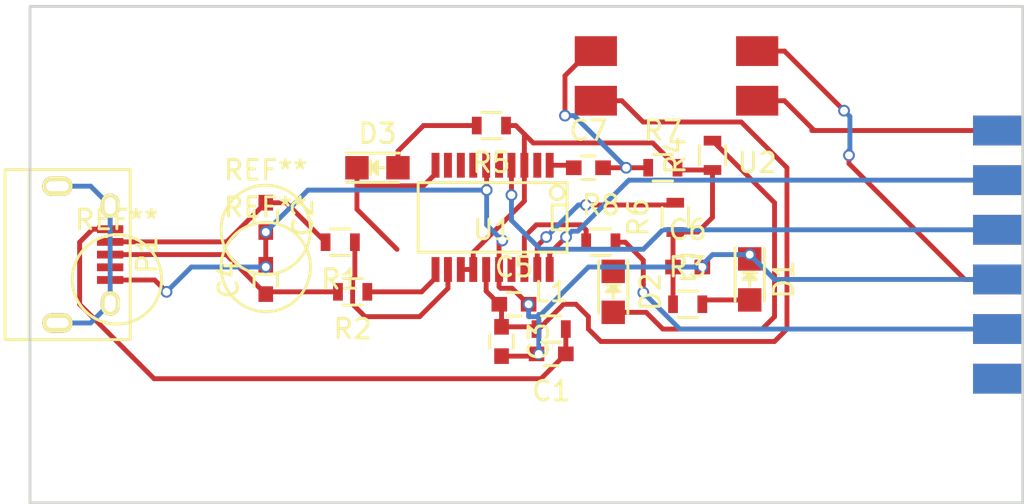
<source format=kicad_pcb>
(kicad_pcb (version 4) (host pcbnew 4.0.0-rc1-stable)

  (general
    (links 50)
    (no_connects 24)
    (area 156.134999 97.714999 207.085001 123.265001)
    (thickness 1.6)
    (drawings 4)
    (tracks 199)
    (zones 0)
    (modules 26)
    (nets 34)
  )

  (page A4)
  (layers
    (0 F.Cu signal)
    (31 B.Cu signal)
    (32 B.Adhes user hide)
    (33 F.Adhes user hide)
    (34 B.Paste user hide)
    (35 F.Paste user hide)
    (36 B.SilkS user)
    (37 F.SilkS user hide)
    (38 B.Mask user hide)
    (39 F.Mask user hide)
    (40 Dwgs.User user hide)
    (41 Cmts.User user hide)
    (42 Eco1.User user hide)
    (43 Eco2.User user hide)
    (44 Edge.Cuts user)
    (45 Margin user hide)
    (46 B.CrtYd user hide)
    (47 F.CrtYd user hide)
    (48 B.Fab user hide)
    (49 F.Fab user hide)
  )

  (setup
    (last_trace_width 0.25)
    (trace_clearance 0.2)
    (zone_clearance 0.508)
    (zone_45_only no)
    (trace_min 0.2)
    (segment_width 0.2)
    (edge_width 0.15)
    (via_size 0.6)
    (via_drill 0.4)
    (via_min_size 0.4)
    (via_min_drill 0.3)
    (uvia_size 0.3)
    (uvia_drill 0.1)
    (uvias_allowed no)
    (uvia_min_size 0.2)
    (uvia_min_drill 0.1)
    (pcb_text_width 0.3)
    (pcb_text_size 1.5 1.5)
    (mod_edge_width 0.15)
    (mod_text_size 1 1)
    (mod_text_width 0.15)
    (pad_size 0.4 0.4)
    (pad_drill 0.2)
    (pad_to_mask_clearance 0.2)
    (aux_axis_origin 0 0)
    (visible_elements 7FFEDBFF)
    (pcbplotparams
      (layerselection 0x00030_80000001)
      (usegerberextensions false)
      (excludeedgelayer true)
      (linewidth 0.100000)
      (plotframeref false)
      (viasonmask false)
      (mode 1)
      (useauxorigin false)
      (hpglpennumber 1)
      (hpglpenspeed 20)
      (hpglpendiameter 15)
      (hpglpenoverlay 2)
      (psnegative false)
      (psa4output false)
      (plotreference true)
      (plotvalue true)
      (plotinvisibletext false)
      (padsonsilk false)
      (subtractmaskfromsilk false)
      (outputformat 1)
      (mirror false)
      (drillshape 1)
      (scaleselection 1)
      (outputdirectory ""))
  )

  (net 0 "")
  (net 1 "Net-(C1-Pad1)")
  (net 2 GND)
  (net 3 "Net-(C2-Pad1)")
  (net 4 +5V)
  (net 5 "Net-(C4-Pad1)")
  (net 6 +3V3)
  (net 7 "Net-(C7-Pad1)")
  (net 8 /PROGRAM)
  (net 9 "Net-(D1-Pad2)")
  (net 10 "Net-(D2-Pad2)")
  (net 11 /~RXLED)
  (net 12 "Net-(D3-Pad2)")
  (net 13 /~TXLED)
  (net 14 /POWER_OUT)
  (net 15 "Net-(J1-Pad3)")
  (net 16 "Net-(J1-Pad7)")
  (net 17 "Net-(J1-Pad9)")
  (net 18 "Net-(J1-Pad11)")
  (net 19 "Net-(J1-Pad2)")
  (net 20 /TX)
  (net 21 /RX)
  (net 22 "Net-(J1-Pad10)")
  (net 23 "Net-(P1-Pad4)")
  (net 24 "Net-(P1-Pad6)")
  (net 25 "Net-(R1-Pad1)")
  (net 26 "Net-(R2-Pad1)")
  (net 27 /~SLEEP)
  (net 28 /TXDEN)
  (net 29 "Net-(U1-Pad2)")
  (net 30 "Net-(U1-Pad5)")
  (net 31 "Net-(U1-Pad7)")
  (net 32 "Net-(U1-Pad8)")
  (net 33 "Net-(U1-Pad9)")

  (net_class Default "This is the default net class."
    (clearance 0.2)
    (trace_width 0.25)
    (via_dia 0.6)
    (via_drill 0.4)
    (uvia_dia 0.3)
    (uvia_drill 0.1)
    (add_net +3V3)
    (add_net +5V)
    (add_net /POWER_OUT)
    (add_net /PROGRAM)
    (add_net /RX)
    (add_net /TX)
    (add_net /TXDEN)
    (add_net /~RXLED)
    (add_net /~SLEEP)
    (add_net /~TXLED)
    (add_net GND)
    (add_net "Net-(C1-Pad1)")
    (add_net "Net-(C2-Pad1)")
    (add_net "Net-(C4-Pad1)")
    (add_net "Net-(C7-Pad1)")
    (add_net "Net-(D1-Pad2)")
    (add_net "Net-(D2-Pad2)")
    (add_net "Net-(D3-Pad2)")
    (add_net "Net-(J1-Pad10)")
    (add_net "Net-(J1-Pad11)")
    (add_net "Net-(J1-Pad2)")
    (add_net "Net-(J1-Pad3)")
    (add_net "Net-(J1-Pad7)")
    (add_net "Net-(J1-Pad9)")
    (add_net "Net-(P1-Pad4)")
    (add_net "Net-(P1-Pad6)")
    (add_net "Net-(R1-Pad1)")
    (add_net "Net-(R2-Pad1)")
    (add_net "Net-(U1-Pad2)")
    (add_net "Net-(U1-Pad5)")
    (add_net "Net-(U1-Pad7)")
    (add_net "Net-(U1-Pad8)")
    (add_net "Net-(U1-Pad9)")
  )

  (module LEDs:LED-0805 (layer F.Cu) (tedit 564D0511) (tstamp 562BE205)
    (at 186.055 112.395 270)
    (descr "LED 0805 smd package")
    (tags "LED 0805 SMD")
    (path /5622AFEB)
    (attr smd)
    (fp_text reference D2 (at 0 -1.905 270) (layer F.SilkS)
      (effects (font (size 1 1) (thickness 0.15)))
    )
    (fp_text value RX (at 0 1.75 270) (layer F.Fab)
      (effects (font (size 1 1) (thickness 0.15)))
    )
    (fp_line (start -1.6 0.75) (end 1.1 0.75) (layer F.SilkS) (width 0.15))
    (fp_line (start -1.6 -0.75) (end 1.1 -0.75) (layer F.SilkS) (width 0.15))
    (fp_line (start -0.1 0.15) (end -0.1 -0.1) (layer F.SilkS) (width 0.15))
    (fp_line (start -0.1 -0.1) (end -0.25 0.05) (layer F.SilkS) (width 0.15))
    (fp_line (start -0.35 -0.35) (end -0.35 0.35) (layer F.SilkS) (width 0.15))
    (fp_line (start 0 0) (end 0.35 0) (layer F.SilkS) (width 0.15))
    (fp_line (start -0.35 0) (end 0 -0.35) (layer F.SilkS) (width 0.15))
    (fp_line (start 0 -0.35) (end 0 0.35) (layer F.SilkS) (width 0.15))
    (fp_line (start 0 0.35) (end -0.35 0) (layer F.SilkS) (width 0.15))
    (fp_line (start 1.9 -0.95) (end 1.9 0.95) (layer F.CrtYd) (width 0.05))
    (fp_line (start 1.9 0.95) (end -1.9 0.95) (layer F.CrtYd) (width 0.05))
    (fp_line (start -1.9 0.95) (end -1.9 -0.95) (layer F.CrtYd) (width 0.05))
    (fp_line (start -1.9 -0.95) (end 1.9 -0.95) (layer F.CrtYd) (width 0.05))
    (pad 2 smd rect (at 1.04902 0 90) (size 1.19888 1.19888) (layers F.Cu F.Paste F.Mask)
      (net 10 "Net-(D2-Pad2)"))
    (pad 1 smd rect (at -1.04902 0 90) (size 1.19888 1.19888) (layers F.Cu F.Paste F.Mask)
      (net 11 /~RXLED))
    (model LEDs.3dshapes/LED-0805.wrl
      (at (xyz 0 0 0))
      (scale (xyz 1 1 1))
      (rotate (xyz 0 0 0))
    )
  )

  (module SMD_Packages:SSOP-20 (layer F.Cu) (tedit 0) (tstamp 56503615)
    (at 179.8828 108.585 180)
    (descr "SSOP 20 pins")
    (tags "CMS SSOP SMD")
    (path /565034DB)
    (attr smd)
    (fp_text reference U1 (at 0 -0.635 180) (layer F.SilkS)
      (effects (font (size 1 1) (thickness 0.15)))
    )
    (fp_text value FT231XS (at 0 0.635 180) (layer F.Fab)
      (effects (font (size 1 1) (thickness 0.15)))
    )
    (fp_line (start 3.81 -1.778) (end -3.81 -1.778) (layer F.SilkS) (width 0.15))
    (fp_line (start -3.81 1.778) (end 3.81 1.778) (layer F.SilkS) (width 0.15))
    (fp_line (start 3.81 -1.778) (end 3.81 1.778) (layer F.SilkS) (width 0.15))
    (fp_line (start -3.81 1.778) (end -3.81 -1.778) (layer F.SilkS) (width 0.15))
    (fp_circle (center -3.302 1.27) (end -3.556 1.016) (layer F.SilkS) (width 0.15))
    (fp_line (start -3.81 -0.635) (end -3.048 -0.635) (layer F.SilkS) (width 0.15))
    (fp_line (start -3.048 -0.635) (end -3.048 0.635) (layer F.SilkS) (width 0.15))
    (fp_line (start -3.048 0.635) (end -3.81 0.635) (layer F.SilkS) (width 0.15))
    (pad 1 smd rect (at -2.921 2.667 180) (size 0.4064 1.27) (layers F.Cu F.Paste F.Mask)
      (net 7 "Net-(C7-Pad1)"))
    (pad 2 smd rect (at -2.286 2.667 180) (size 0.4064 1.27) (layers F.Cu F.Paste F.Mask)
      (net 29 "Net-(U1-Pad2)"))
    (pad 3 smd rect (at -1.6256 2.667 180) (size 0.4064 1.27) (layers F.Cu F.Paste F.Mask)
      (net 6 +3V3))
    (pad 4 smd rect (at -0.9652 2.667 180) (size 0.4064 1.27) (layers F.Cu F.Paste F.Mask)
      (net 21 /RX))
    (pad 5 smd rect (at -0.3302 2.667 180) (size 0.4064 1.27) (layers F.Cu F.Paste F.Mask)
      (net 30 "Net-(U1-Pad5)"))
    (pad 6 smd rect (at 0.3302 2.667 180) (size 0.4064 1.27) (layers F.Cu F.Paste F.Mask)
      (net 2 GND))
    (pad 7 smd rect (at 0.9906 2.667 180) (size 0.4064 1.27) (layers F.Cu F.Paste F.Mask)
      (net 31 "Net-(U1-Pad7)"))
    (pad 8 smd rect (at 1.6256 2.667 180) (size 0.4064 1.27) (layers F.Cu F.Paste F.Mask)
      (net 32 "Net-(U1-Pad8)"))
    (pad 9 smd rect (at 2.286 2.667 180) (size 0.4064 1.27) (layers F.Cu F.Paste F.Mask)
      (net 33 "Net-(U1-Pad9)"))
    (pad 10 smd rect (at 2.921 2.667 180) (size 0.4064 1.27) (layers F.Cu F.Paste F.Mask)
      (net 13 /~TXLED))
    (pad 11 smd rect (at 2.921 -2.667 180) (size 0.4064 1.27) (layers F.Cu F.Paste F.Mask)
      (net 26 "Net-(R2-Pad1)"))
    (pad 12 smd rect (at 2.286 -2.667 180) (size 0.4064 1.27) (layers F.Cu F.Paste F.Mask)
      (net 25 "Net-(R1-Pad1)"))
    (pad 13 smd rect (at 1.6256 -2.667 180) (size 0.4064 1.27) (layers F.Cu F.Paste F.Mask)
      (net 6 +3V3))
    (pad 14 smd rect (at 0.9906 -2.667 180) (size 0.4064 1.27) (layers F.Cu F.Paste F.Mask)
      (net 6 +3V3))
    (pad 15 smd rect (at 0.3302 -2.667 180) (size 0.4064 1.27) (layers F.Cu F.Paste F.Mask)
      (net 4 +5V))
    (pad 16 smd rect (at -0.3302 -2.667 180) (size 0.4064 1.27) (layers F.Cu F.Paste F.Mask)
      (net 2 GND))
    (pad 17 smd rect (at -0.9652 -2.667 180) (size 0.4064 1.27) (layers F.Cu F.Paste F.Mask)
      (net 11 /~RXLED))
    (pad 18 smd rect (at -1.6256 -2.667 180) (size 0.4064 1.27) (layers F.Cu F.Paste F.Mask)
      (net 28 /TXDEN))
    (pad 19 smd rect (at -2.286 -2.667 180) (size 0.4064 1.27) (layers F.Cu F.Paste F.Mask)
      (net 27 /~SLEEP))
    (pad 20 smd rect (at -2.921 -2.667 180) (size 0.4064 1.27) (layers F.Cu F.Paste F.Mask)
      (net 20 /TX))
    (model SMD_Packages.3dshapes/SSOP-20.wrl
      (at (xyz 0 0 0))
      (scale (xyz 0.255 0.33 0.3))
      (rotate (xyz 0 0 0))
    )
  )

  (module Resistors_SMD:R_0603 (layer F.Cu) (tedit 5415CC62) (tstamp 562BE24C)
    (at 179.82 103.886 180)
    (descr "Resistor SMD 0603, reflow soldering, Vishay (see dcrcw.pdf)")
    (tags "resistor 0603")
    (path /5622B2D3)
    (attr smd)
    (fp_text reference R5 (at 0 -1.9 180) (layer F.SilkS)
      (effects (font (size 1 1) (thickness 0.15)))
    )
    (fp_text value 680 (at 0 1.9 180) (layer F.Fab)
      (effects (font (size 1 1) (thickness 0.15)))
    )
    (fp_line (start -1.3 -0.8) (end 1.3 -0.8) (layer F.CrtYd) (width 0.05))
    (fp_line (start -1.3 0.8) (end 1.3 0.8) (layer F.CrtYd) (width 0.05))
    (fp_line (start -1.3 -0.8) (end -1.3 0.8) (layer F.CrtYd) (width 0.05))
    (fp_line (start 1.3 -0.8) (end 1.3 0.8) (layer F.CrtYd) (width 0.05))
    (fp_line (start 0.5 0.675) (end -0.5 0.675) (layer F.SilkS) (width 0.15))
    (fp_line (start -0.5 -0.675) (end 0.5 -0.675) (layer F.SilkS) (width 0.15))
    (pad 1 smd rect (at -0.75 0 180) (size 0.5 0.9) (layers F.Cu F.Paste F.Mask)
      (net 6 +3V3))
    (pad 2 smd rect (at 0.75 0 180) (size 0.5 0.9) (layers F.Cu F.Paste F.Mask)
      (net 12 "Net-(D3-Pad2)"))
    (model Resistors_SMD.3dshapes/R_0603.wrl
      (at (xyz 0 0 0))
      (scale (xyz 1 1 1))
      (rotate (xyz 0 0 0))
    )
  )

  (module Capacitors_SMD:C_0603 (layer F.Cu) (tedit 5415D631) (tstamp 562BE1D5)
    (at 182.88 115.57 180)
    (descr "Capacitor SMD 0603, reflow soldering, AVX (see smccp.pdf)")
    (tags "capacitor 0603")
    (path /5622A96F)
    (attr smd)
    (fp_text reference C1 (at 0 -1.9 180) (layer F.SilkS)
      (effects (font (size 1 1) (thickness 0.15)))
    )
    (fp_text value 10nF (at 0 1.9 180) (layer F.Fab)
      (effects (font (size 1 1) (thickness 0.15)))
    )
    (fp_line (start -1.45 -0.75) (end 1.45 -0.75) (layer F.CrtYd) (width 0.05))
    (fp_line (start -1.45 0.75) (end 1.45 0.75) (layer F.CrtYd) (width 0.05))
    (fp_line (start -1.45 -0.75) (end -1.45 0.75) (layer F.CrtYd) (width 0.05))
    (fp_line (start 1.45 -0.75) (end 1.45 0.75) (layer F.CrtYd) (width 0.05))
    (fp_line (start -0.35 -0.6) (end 0.35 -0.6) (layer F.SilkS) (width 0.15))
    (fp_line (start 0.35 0.6) (end -0.35 0.6) (layer F.SilkS) (width 0.15))
    (pad 1 smd rect (at -0.75 0 180) (size 0.8 0.75) (layers F.Cu F.Paste F.Mask)
      (net 1 "Net-(C1-Pad1)"))
    (pad 2 smd rect (at 0.75 0 180) (size 0.8 0.75) (layers F.Cu F.Paste F.Mask)
      (net 2 GND))
    (model Capacitors_SMD.3dshapes/C_0603.wrl
      (at (xyz 0 0 0))
      (scale (xyz 1 1 1))
      (rotate (xyz 0 0 0))
    )
  )

  (module Capacitors_SMD:C_0603 (layer F.Cu) (tedit 5415D631) (tstamp 562BE1DB)
    (at 168.275 108.585 270)
    (descr "Capacitor SMD 0603, reflow soldering, AVX (see smccp.pdf)")
    (tags "capacitor 0603")
    (path /5622A900)
    (attr smd)
    (fp_text reference C2 (at 0 -1.9 270) (layer F.SilkS)
      (effects (font (size 1 1) (thickness 0.15)))
    )
    (fp_text value 47pF (at 0 1.9 270) (layer F.Fab)
      (effects (font (size 1 1) (thickness 0.15)))
    )
    (fp_line (start -1.45 -0.75) (end 1.45 -0.75) (layer F.CrtYd) (width 0.05))
    (fp_line (start -1.45 0.75) (end 1.45 0.75) (layer F.CrtYd) (width 0.05))
    (fp_line (start -1.45 -0.75) (end -1.45 0.75) (layer F.CrtYd) (width 0.05))
    (fp_line (start 1.45 -0.75) (end 1.45 0.75) (layer F.CrtYd) (width 0.05))
    (fp_line (start -0.35 -0.6) (end 0.35 -0.6) (layer F.SilkS) (width 0.15))
    (fp_line (start 0.35 0.6) (end -0.35 0.6) (layer F.SilkS) (width 0.15))
    (pad 1 smd rect (at -0.75 0 270) (size 0.8 0.75) (layers F.Cu F.Paste F.Mask)
      (net 3 "Net-(C2-Pad1)"))
    (pad 2 smd rect (at 0.75 0 270) (size 0.8 0.75) (layers F.Cu F.Paste F.Mask)
      (net 2 GND))
    (model Capacitors_SMD.3dshapes/C_0603.wrl
      (at (xyz 0 0 0))
      (scale (xyz 1 1 1))
      (rotate (xyz 0 0 0))
    )
  )

  (module Capacitors_SMD:C_0603 (layer F.Cu) (tedit 5415D631) (tstamp 562BE1E1)
    (at 180.34 114.935 270)
    (descr "Capacitor SMD 0603, reflow soldering, AVX (see smccp.pdf)")
    (tags "capacitor 0603")
    (path /5622A9AE)
    (attr smd)
    (fp_text reference C3 (at 0 -1.9 270) (layer F.SilkS)
      (effects (font (size 1 1) (thickness 0.15)))
    )
    (fp_text value 4.7uF (at 0 1.9 270) (layer F.Fab)
      (effects (font (size 1 1) (thickness 0.15)))
    )
    (fp_line (start -1.45 -0.75) (end 1.45 -0.75) (layer F.CrtYd) (width 0.05))
    (fp_line (start -1.45 0.75) (end 1.45 0.75) (layer F.CrtYd) (width 0.05))
    (fp_line (start -1.45 -0.75) (end -1.45 0.75) (layer F.CrtYd) (width 0.05))
    (fp_line (start 1.45 -0.75) (end 1.45 0.75) (layer F.CrtYd) (width 0.05))
    (fp_line (start -0.35 -0.6) (end 0.35 -0.6) (layer F.SilkS) (width 0.15))
    (fp_line (start 0.35 0.6) (end -0.35 0.6) (layer F.SilkS) (width 0.15))
    (pad 1 smd rect (at -0.75 0 270) (size 0.8 0.75) (layers F.Cu F.Paste F.Mask)
      (net 4 +5V))
    (pad 2 smd rect (at 0.75 0 270) (size 0.8 0.75) (layers F.Cu F.Paste F.Mask)
      (net 2 GND))
    (model Capacitors_SMD.3dshapes/C_0603.wrl
      (at (xyz 0 0 0))
      (scale (xyz 1 1 1))
      (rotate (xyz 0 0 0))
    )
  )

  (module Capacitors_SMD:C_0603 (layer F.Cu) (tedit 5415D631) (tstamp 562BE1E7)
    (at 168.275 111.76 90)
    (descr "Capacitor SMD 0603, reflow soldering, AVX (see smccp.pdf)")
    (tags "capacitor 0603")
    (path /5622A8B7)
    (attr smd)
    (fp_text reference C4 (at 0 -1.9 90) (layer F.SilkS)
      (effects (font (size 1 1) (thickness 0.15)))
    )
    (fp_text value 47pF (at 0 1.9 90) (layer F.Fab)
      (effects (font (size 1 1) (thickness 0.15)))
    )
    (fp_line (start -1.45 -0.75) (end 1.45 -0.75) (layer F.CrtYd) (width 0.05))
    (fp_line (start -1.45 0.75) (end 1.45 0.75) (layer F.CrtYd) (width 0.05))
    (fp_line (start -1.45 -0.75) (end -1.45 0.75) (layer F.CrtYd) (width 0.05))
    (fp_line (start 1.45 -0.75) (end 1.45 0.75) (layer F.CrtYd) (width 0.05))
    (fp_line (start -0.35 -0.6) (end 0.35 -0.6) (layer F.SilkS) (width 0.15))
    (fp_line (start 0.35 0.6) (end -0.35 0.6) (layer F.SilkS) (width 0.15))
    (pad 1 smd rect (at -0.75 0 90) (size 0.8 0.75) (layers F.Cu F.Paste F.Mask)
      (net 5 "Net-(C4-Pad1)"))
    (pad 2 smd rect (at 0.75 0 90) (size 0.8 0.75) (layers F.Cu F.Paste F.Mask)
      (net 2 GND))
    (model Capacitors_SMD.3dshapes/C_0603.wrl
      (at (xyz 0 0 0))
      (scale (xyz 1 1 1))
      (rotate (xyz 0 0 0))
    )
  )

  (module Capacitors_SMD:C_0603 (layer F.Cu) (tedit 5415D631) (tstamp 562BE1ED)
    (at 180.975 113.03)
    (descr "Capacitor SMD 0603, reflow soldering, AVX (see smccp.pdf)")
    (tags "capacitor 0603")
    (path /5622A923)
    (attr smd)
    (fp_text reference C5 (at 0 -1.9) (layer F.SilkS)
      (effects (font (size 1 1) (thickness 0.15)))
    )
    (fp_text value 0.1uF (at 0 1.9) (layer F.Fab)
      (effects (font (size 1 1) (thickness 0.15)))
    )
    (fp_line (start -1.45 -0.75) (end 1.45 -0.75) (layer F.CrtYd) (width 0.05))
    (fp_line (start -1.45 0.75) (end 1.45 0.75) (layer F.CrtYd) (width 0.05))
    (fp_line (start -1.45 -0.75) (end -1.45 0.75) (layer F.CrtYd) (width 0.05))
    (fp_line (start 1.45 -0.75) (end 1.45 0.75) (layer F.CrtYd) (width 0.05))
    (fp_line (start -0.35 -0.6) (end 0.35 -0.6) (layer F.SilkS) (width 0.15))
    (fp_line (start 0.35 0.6) (end -0.35 0.6) (layer F.SilkS) (width 0.15))
    (pad 1 smd rect (at -0.75 0) (size 0.8 0.75) (layers F.Cu F.Paste F.Mask)
      (net 4 +5V))
    (pad 2 smd rect (at 0.75 0) (size 0.8 0.75) (layers F.Cu F.Paste F.Mask)
      (net 2 GND))
    (model Capacitors_SMD.3dshapes/C_0603.wrl
      (at (xyz 0 0 0))
      (scale (xyz 1 1 1))
      (rotate (xyz 0 0 0))
    )
  )

  (module Capacitors_SMD:C_0603 (layer F.Cu) (tedit 5415D631) (tstamp 562BE1F3)
    (at 189.865 111.125)
    (descr "Capacitor SMD 0603, reflow soldering, AVX (see smccp.pdf)")
    (tags "capacitor 0603")
    (path /5622A948)
    (attr smd)
    (fp_text reference C6 (at 0 -1.9) (layer F.SilkS)
      (effects (font (size 1 1) (thickness 0.15)))
    )
    (fp_text value 0.1uF (at 0 1.9) (layer F.Fab)
      (effects (font (size 1 1) (thickness 0.15)))
    )
    (fp_line (start -1.45 -0.75) (end 1.45 -0.75) (layer F.CrtYd) (width 0.05))
    (fp_line (start -1.45 0.75) (end 1.45 0.75) (layer F.CrtYd) (width 0.05))
    (fp_line (start -1.45 -0.75) (end -1.45 0.75) (layer F.CrtYd) (width 0.05))
    (fp_line (start 1.45 -0.75) (end 1.45 0.75) (layer F.CrtYd) (width 0.05))
    (fp_line (start -0.35 -0.6) (end 0.35 -0.6) (layer F.SilkS) (width 0.15))
    (fp_line (start 0.35 0.6) (end -0.35 0.6) (layer F.SilkS) (width 0.15))
    (pad 1 smd rect (at -0.75 0) (size 0.8 0.75) (layers F.Cu F.Paste F.Mask)
      (net 6 +3V3))
    (pad 2 smd rect (at 0.75 0) (size 0.8 0.75) (layers F.Cu F.Paste F.Mask)
      (net 2 GND))
    (model Capacitors_SMD.3dshapes/C_0603.wrl
      (at (xyz 0 0 0))
      (scale (xyz 1 1 1))
      (rotate (xyz 0 0 0))
    )
  )

  (module Capacitors_SMD:C_0603 (layer F.Cu) (tedit 5415D631) (tstamp 562BE1F9)
    (at 184.785 106.045)
    (descr "Capacitor SMD 0603, reflow soldering, AVX (see smccp.pdf)")
    (tags "capacitor 0603")
    (path /5622A9EB)
    (attr smd)
    (fp_text reference C7 (at 0 -1.9) (layer F.SilkS)
      (effects (font (size 1 1) (thickness 0.15)))
    )
    (fp_text value 0.1uF (at 0 1.9) (layer F.Fab)
      (effects (font (size 1 1) (thickness 0.15)))
    )
    (fp_line (start -1.45 -0.75) (end 1.45 -0.75) (layer F.CrtYd) (width 0.05))
    (fp_line (start -1.45 0.75) (end 1.45 0.75) (layer F.CrtYd) (width 0.05))
    (fp_line (start -1.45 -0.75) (end -1.45 0.75) (layer F.CrtYd) (width 0.05))
    (fp_line (start 1.45 -0.75) (end 1.45 0.75) (layer F.CrtYd) (width 0.05))
    (fp_line (start -0.35 -0.6) (end 0.35 -0.6) (layer F.SilkS) (width 0.15))
    (fp_line (start 0.35 0.6) (end -0.35 0.6) (layer F.SilkS) (width 0.15))
    (pad 1 smd rect (at -0.75 0) (size 0.8 0.75) (layers F.Cu F.Paste F.Mask)
      (net 7 "Net-(C7-Pad1)"))
    (pad 2 smd rect (at 0.75 0) (size 0.8 0.75) (layers F.Cu F.Paste F.Mask)
      (net 8 /PROGRAM))
    (model Capacitors_SMD.3dshapes/C_0603.wrl
      (at (xyz 0 0 0))
      (scale (xyz 1 1 1))
      (rotate (xyz 0 0 0))
    )
  )

  (module LEDs:LED-0805 (layer F.Cu) (tedit 55BDE1C2) (tstamp 562BE1FF)
    (at 193.04 111.76 270)
    (descr "LED 0805 smd package")
    (tags "LED 0805 SMD")
    (path /5622AF98)
    (attr smd)
    (fp_text reference D1 (at 0 -1.75 270) (layer F.SilkS)
      (effects (font (size 1 1) (thickness 0.15)))
    )
    (fp_text value POW (at 0 1.75 270) (layer F.Fab)
      (effects (font (size 1 1) (thickness 0.15)))
    )
    (fp_line (start -1.6 0.75) (end 1.1 0.75) (layer F.SilkS) (width 0.15))
    (fp_line (start -1.6 -0.75) (end 1.1 -0.75) (layer F.SilkS) (width 0.15))
    (fp_line (start -0.1 0.15) (end -0.1 -0.1) (layer F.SilkS) (width 0.15))
    (fp_line (start -0.1 -0.1) (end -0.25 0.05) (layer F.SilkS) (width 0.15))
    (fp_line (start -0.35 -0.35) (end -0.35 0.35) (layer F.SilkS) (width 0.15))
    (fp_line (start 0 0) (end 0.35 0) (layer F.SilkS) (width 0.15))
    (fp_line (start -0.35 0) (end 0 -0.35) (layer F.SilkS) (width 0.15))
    (fp_line (start 0 -0.35) (end 0 0.35) (layer F.SilkS) (width 0.15))
    (fp_line (start 0 0.35) (end -0.35 0) (layer F.SilkS) (width 0.15))
    (fp_line (start 1.9 -0.95) (end 1.9 0.95) (layer F.CrtYd) (width 0.05))
    (fp_line (start 1.9 0.95) (end -1.9 0.95) (layer F.CrtYd) (width 0.05))
    (fp_line (start -1.9 0.95) (end -1.9 -0.95) (layer F.CrtYd) (width 0.05))
    (fp_line (start -1.9 -0.95) (end 1.9 -0.95) (layer F.CrtYd) (width 0.05))
    (pad 2 smd rect (at 1.04902 0 90) (size 1.19888 1.19888) (layers F.Cu F.Paste F.Mask)
      (net 9 "Net-(D1-Pad2)"))
    (pad 1 smd rect (at -1.04902 0 90) (size 1.19888 1.19888) (layers F.Cu F.Paste F.Mask)
      (net 2 GND))
    (model LEDs.3dshapes/LED-0805.wrl
      (at (xyz 0 0 0))
      (scale (xyz 1 1 1))
      (rotate (xyz 0 0 0))
    )
  )

  (module LEDs:LED-0805 (layer F.Cu) (tedit 55BDE1C2) (tstamp 562BE20B)
    (at 173.99 106.045)
    (descr "LED 0805 smd package")
    (tags "LED 0805 SMD")
    (path /5622B06E)
    (attr smd)
    (fp_text reference D3 (at 0 -1.75) (layer F.SilkS)
      (effects (font (size 1 1) (thickness 0.15)))
    )
    (fp_text value TX (at 0 1.75) (layer F.Fab)
      (effects (font (size 1 1) (thickness 0.15)))
    )
    (fp_line (start -1.6 0.75) (end 1.1 0.75) (layer F.SilkS) (width 0.15))
    (fp_line (start -1.6 -0.75) (end 1.1 -0.75) (layer F.SilkS) (width 0.15))
    (fp_line (start -0.1 0.15) (end -0.1 -0.1) (layer F.SilkS) (width 0.15))
    (fp_line (start -0.1 -0.1) (end -0.25 0.05) (layer F.SilkS) (width 0.15))
    (fp_line (start -0.35 -0.35) (end -0.35 0.35) (layer F.SilkS) (width 0.15))
    (fp_line (start 0 0) (end 0.35 0) (layer F.SilkS) (width 0.15))
    (fp_line (start -0.35 0) (end 0 -0.35) (layer F.SilkS) (width 0.15))
    (fp_line (start 0 -0.35) (end 0 0.35) (layer F.SilkS) (width 0.15))
    (fp_line (start 0 0.35) (end -0.35 0) (layer F.SilkS) (width 0.15))
    (fp_line (start 1.9 -0.95) (end 1.9 0.95) (layer F.CrtYd) (width 0.05))
    (fp_line (start 1.9 0.95) (end -1.9 0.95) (layer F.CrtYd) (width 0.05))
    (fp_line (start -1.9 0.95) (end -1.9 -0.95) (layer F.CrtYd) (width 0.05))
    (fp_line (start -1.9 -0.95) (end 1.9 -0.95) (layer F.CrtYd) (width 0.05))
    (pad 2 smd rect (at 1.04902 0 180) (size 1.19888 1.19888) (layers F.Cu F.Paste F.Mask)
      (net 12 "Net-(D3-Pad2)"))
    (pad 1 smd rect (at -1.04902 0 180) (size 1.19888 1.19888) (layers F.Cu F.Paste F.Mask)
      (net 13 /~TXLED))
    (model LEDs.3dshapes/LED-0805.wrl
      (at (xyz 0 0 0))
      (scale (xyz 1 1 1))
      (rotate (xyz 0 0 0))
    )
  )

  (module open_robotics:modular8_rev3_edge (layer F.Cu) (tedit 560B6D0D) (tstamp 562BE21B)
    (at 205.74 109.22 270)
    (path /5629AC49)
    (fp_text reference J1 (at -3.81 -3.81 270) (layer F.SilkS) hide
      (effects (font (size 1 1) (thickness 0.15)))
    )
    (fp_text value modular8_rev3_comms_out (at 1.27 -2.54 270) (layer F.Fab) hide
      (effects (font (size 1 1) (thickness 0.15)))
    )
    (pad 1 smd rect (at -5.08 0 270) (size 1.524 2.54) (layers F.Cu F.Paste F.Mask)
      (net 14 /POWER_OUT))
    (pad 3 smd rect (at -2.54 0 270) (size 1.524 2.54) (layers F.Cu F.Paste F.Mask)
      (net 15 "Net-(J1-Pad3)"))
    (pad 5 smd rect (at 0 0 270) (size 1.524 2.54) (layers F.Cu F.Paste F.Mask)
      (net 2 GND))
    (pad 7 smd rect (at 2.54 0 270) (size 1.524 2.54) (layers F.Cu F.Paste F.Mask)
      (net 16 "Net-(J1-Pad7)"))
    (pad 9 smd rect (at 5.08 0 270) (size 1.524 2.54) (layers F.Cu F.Paste F.Mask)
      (net 17 "Net-(J1-Pad9)"))
    (pad 11 smd rect (at 7.62 0 270) (size 1.524 2.54) (layers F.Cu F.Paste F.Mask)
      (net 18 "Net-(J1-Pad11)"))
    (pad 2 smd rect (at -5.08 0 270) (size 1.524 2.54) (layers B.Cu F.Paste F.Mask)
      (net 19 "Net-(J1-Pad2)"))
    (pad 4 smd rect (at -2.54 0 270) (size 1.524 2.54) (layers B.Cu F.Paste F.Mask)
      (net 20 /TX))
    (pad 6 smd rect (at 0 0 270) (size 1.524 2.54) (layers B.Cu F.Paste F.Mask)
      (net 21 /RX))
    (pad 8 smd rect (at 2.54 0 270) (size 1.524 2.54) (layers B.Cu F.Paste F.Mask)
      (net 2 GND))
    (pad 10 smd rect (at 5.08 0 270) (size 1.524 2.54) (layers B.Cu F.Paste F.Mask)
      (net 22 "Net-(J1-Pad10)"))
    (pad 12 smd rect (at 7.62 0 270) (size 1.524 2.54) (layers B.Cu F.Paste F.Mask)
      (net 14 /POWER_OUT))
  )

  (module Resistors_SMD:R_0603 (layer F.Cu) (tedit 5415CC62) (tstamp 562BE221)
    (at 182.88 114.3)
    (descr "Resistor SMD 0603, reflow soldering, Vishay (see dcrcw.pdf)")
    (tags "resistor 0603")
    (path /5622AEDE)
    (attr smd)
    (fp_text reference L1 (at 0 -1.9) (layer F.SilkS)
      (effects (font (size 1 1) (thickness 0.15)))
    )
    (fp_text value "FERRITE BEAD" (at 0 1.9) (layer F.Fab)
      (effects (font (size 1 1) (thickness 0.15)))
    )
    (fp_line (start -1.3 -0.8) (end 1.3 -0.8) (layer F.CrtYd) (width 0.05))
    (fp_line (start -1.3 0.8) (end 1.3 0.8) (layer F.CrtYd) (width 0.05))
    (fp_line (start -1.3 -0.8) (end -1.3 0.8) (layer F.CrtYd) (width 0.05))
    (fp_line (start 1.3 -0.8) (end 1.3 0.8) (layer F.CrtYd) (width 0.05))
    (fp_line (start 0.5 0.675) (end -0.5 0.675) (layer F.SilkS) (width 0.15))
    (fp_line (start -0.5 -0.675) (end 0.5 -0.675) (layer F.SilkS) (width 0.15))
    (pad 1 smd rect (at -0.75 0) (size 0.5 0.9) (layers F.Cu F.Paste F.Mask)
      (net 4 +5V))
    (pad 2 smd rect (at 0.75 0) (size 0.5 0.9) (layers F.Cu F.Paste F.Mask)
      (net 1 "Net-(C1-Pad1)"))
    (model Resistors_SMD.3dshapes/R_0603.wrl
      (at (xyz 0 0 0))
      (scale (xyz 1 1 1))
      (rotate (xyz 0 0 0))
    )
  )

  (module Connect:USB_Micro-B (layer F.Cu) (tedit 5543E447) (tstamp 562BE22E)
    (at 158.75 110.49 270)
    (descr "Micro USB Type B Receptacle")
    (tags "USB USB_B USB_micro USB_OTG")
    (path /5622A78F)
    (attr smd)
    (fp_text reference P1 (at 0 -3.45 270) (layer F.SilkS)
      (effects (font (size 1 1) (thickness 0.15)))
    )
    (fp_text value USB_OTG (at 0 4.8 270) (layer F.Fab)
      (effects (font (size 1 1) (thickness 0.15)))
    )
    (fp_line (start -4.6 -2.8) (end 4.6 -2.8) (layer F.CrtYd) (width 0.05))
    (fp_line (start 4.6 -2.8) (end 4.6 4.05) (layer F.CrtYd) (width 0.05))
    (fp_line (start 4.6 4.05) (end -4.6 4.05) (layer F.CrtYd) (width 0.05))
    (fp_line (start -4.6 4.05) (end -4.6 -2.8) (layer F.CrtYd) (width 0.05))
    (fp_line (start -4.3509 3.81746) (end 4.3491 3.81746) (layer F.SilkS) (width 0.15))
    (fp_line (start -4.3509 -2.58754) (end 4.3491 -2.58754) (layer F.SilkS) (width 0.15))
    (fp_line (start 4.3491 -2.58754) (end 4.3491 3.81746) (layer F.SilkS) (width 0.15))
    (fp_line (start 4.3491 2.58746) (end -4.3509 2.58746) (layer F.SilkS) (width 0.15))
    (fp_line (start -4.3509 3.81746) (end -4.3509 -2.58754) (layer F.SilkS) (width 0.15))
    (pad 1 smd rect (at -1.3009 -1.56254) (size 1.35 0.4) (layers F.Cu F.Paste F.Mask)
      (net 1 "Net-(C1-Pad1)"))
    (pad 2 smd rect (at -0.6509 -1.56254) (size 1.35 0.4) (layers F.Cu F.Paste F.Mask)
      (net 3 "Net-(C2-Pad1)"))
    (pad 3 smd rect (at -0.0009 -1.56254) (size 1.35 0.4) (layers F.Cu F.Paste F.Mask)
      (net 5 "Net-(C4-Pad1)"))
    (pad 4 smd rect (at 0.6491 -1.56254) (size 1.35 0.4) (layers F.Cu F.Paste F.Mask)
      (net 23 "Net-(P1-Pad4)"))
    (pad 5 smd rect (at 1.2991 -1.56254) (size 1.35 0.4) (layers F.Cu F.Paste F.Mask)
      (net 2 GND))
    (pad 6 thru_hole oval (at -2.5009 -1.56254) (size 0.95 1.25) (drill oval 0.55 0.85) (layers *.Cu *.Mask F.SilkS)
      (net 24 "Net-(P1-Pad6)"))
    (pad 6 thru_hole oval (at 2.4991 -1.56254) (size 0.95 1.25) (drill oval 0.55 0.85) (layers *.Cu *.Mask F.SilkS)
      (net 24 "Net-(P1-Pad6)"))
    (pad 6 thru_hole oval (at -3.5009 1.13746) (size 1.55 1) (drill oval 1.15 0.5) (layers *.Cu *.Mask F.SilkS)
      (net 24 "Net-(P1-Pad6)"))
    (pad 6 thru_hole oval (at 3.4991 1.13746) (size 1.55 1) (drill oval 1.15 0.5) (layers *.Cu *.Mask F.SilkS)
      (net 24 "Net-(P1-Pad6)"))
  )

  (module Resistors_SMD:R_0603 (layer F.Cu) (tedit 5415CC62) (tstamp 562BE234)
    (at 172.085 109.855 180)
    (descr "Resistor SMD 0603, reflow soldering, Vishay (see dcrcw.pdf)")
    (tags "resistor 0603")
    (path /5622A746)
    (attr smd)
    (fp_text reference R1 (at 0 -1.9 180) (layer F.SilkS)
      (effects (font (size 1 1) (thickness 0.15)))
    )
    (fp_text value 27 (at 0 1.9 180) (layer F.Fab)
      (effects (font (size 1 1) (thickness 0.15)))
    )
    (fp_line (start -1.3 -0.8) (end 1.3 -0.8) (layer F.CrtYd) (width 0.05))
    (fp_line (start -1.3 0.8) (end 1.3 0.8) (layer F.CrtYd) (width 0.05))
    (fp_line (start -1.3 -0.8) (end -1.3 0.8) (layer F.CrtYd) (width 0.05))
    (fp_line (start 1.3 -0.8) (end 1.3 0.8) (layer F.CrtYd) (width 0.05))
    (fp_line (start 0.5 0.675) (end -0.5 0.675) (layer F.SilkS) (width 0.15))
    (fp_line (start -0.5 -0.675) (end 0.5 -0.675) (layer F.SilkS) (width 0.15))
    (pad 1 smd rect (at -0.75 0 180) (size 0.5 0.9) (layers F.Cu F.Paste F.Mask)
      (net 25 "Net-(R1-Pad1)"))
    (pad 2 smd rect (at 0.75 0 180) (size 0.5 0.9) (layers F.Cu F.Paste F.Mask)
      (net 3 "Net-(C2-Pad1)"))
    (model Resistors_SMD.3dshapes/R_0603.wrl
      (at (xyz 0 0 0))
      (scale (xyz 1 1 1))
      (rotate (xyz 0 0 0))
    )
  )

  (module Resistors_SMD:R_0603 (layer F.Cu) (tedit 5415CC62) (tstamp 562BE23A)
    (at 172.72 112.395 180)
    (descr "Resistor SMD 0603, reflow soldering, Vishay (see dcrcw.pdf)")
    (tags "resistor 0603")
    (path /5622A6B9)
    (attr smd)
    (fp_text reference R2 (at 0 -1.9 180) (layer F.SilkS)
      (effects (font (size 1 1) (thickness 0.15)))
    )
    (fp_text value 27 (at 0 1.9 180) (layer F.Fab)
      (effects (font (size 1 1) (thickness 0.15)))
    )
    (fp_line (start -1.3 -0.8) (end 1.3 -0.8) (layer F.CrtYd) (width 0.05))
    (fp_line (start -1.3 0.8) (end 1.3 0.8) (layer F.CrtYd) (width 0.05))
    (fp_line (start -1.3 -0.8) (end -1.3 0.8) (layer F.CrtYd) (width 0.05))
    (fp_line (start 1.3 -0.8) (end 1.3 0.8) (layer F.CrtYd) (width 0.05))
    (fp_line (start 0.5 0.675) (end -0.5 0.675) (layer F.SilkS) (width 0.15))
    (fp_line (start -0.5 -0.675) (end 0.5 -0.675) (layer F.SilkS) (width 0.15))
    (pad 1 smd rect (at -0.75 0 180) (size 0.5 0.9) (layers F.Cu F.Paste F.Mask)
      (net 26 "Net-(R2-Pad1)"))
    (pad 2 smd rect (at 0.75 0 180) (size 0.5 0.9) (layers F.Cu F.Paste F.Mask)
      (net 5 "Net-(C4-Pad1)"))
    (model Resistors_SMD.3dshapes/R_0603.wrl
      (at (xyz 0 0 0))
      (scale (xyz 1 1 1))
      (rotate (xyz 0 0 0))
    )
  )

  (module Resistors_SMD:R_0603 (layer F.Cu) (tedit 5415CC62) (tstamp 562BE240)
    (at 189.865 113.03)
    (descr "Resistor SMD 0603, reflow soldering, Vishay (see dcrcw.pdf)")
    (tags "resistor 0603")
    (path /5622B3DD)
    (attr smd)
    (fp_text reference R3 (at 0 -1.9) (layer F.SilkS)
      (effects (font (size 1 1) (thickness 0.15)))
    )
    (fp_text value 680 (at 0 1.9) (layer F.Fab)
      (effects (font (size 1 1) (thickness 0.15)))
    )
    (fp_line (start -1.3 -0.8) (end 1.3 -0.8) (layer F.CrtYd) (width 0.05))
    (fp_line (start -1.3 0.8) (end 1.3 0.8) (layer F.CrtYd) (width 0.05))
    (fp_line (start -1.3 -0.8) (end -1.3 0.8) (layer F.CrtYd) (width 0.05))
    (fp_line (start 1.3 -0.8) (end 1.3 0.8) (layer F.CrtYd) (width 0.05))
    (fp_line (start 0.5 0.675) (end -0.5 0.675) (layer F.SilkS) (width 0.15))
    (fp_line (start -0.5 -0.675) (end 0.5 -0.675) (layer F.SilkS) (width 0.15))
    (pad 1 smd rect (at -0.75 0) (size 0.5 0.9) (layers F.Cu F.Paste F.Mask)
      (net 6 +3V3))
    (pad 2 smd rect (at 0.75 0) (size 0.5 0.9) (layers F.Cu F.Paste F.Mask)
      (net 9 "Net-(D1-Pad2)"))
    (model Resistors_SMD.3dshapes/R_0603.wrl
      (at (xyz 0 0 0))
      (scale (xyz 1 1 1))
      (rotate (xyz 0 0 0))
    )
  )

  (module Resistors_SMD:R_0603 (layer F.Cu) (tedit 5415CC62) (tstamp 562BE246)
    (at 191.135 105.41 90)
    (descr "Resistor SMD 0603, reflow soldering, Vishay (see dcrcw.pdf)")
    (tags "resistor 0603")
    (path /5622B3E3)
    (attr smd)
    (fp_text reference R4 (at 0 -1.9 90) (layer F.SilkS)
      (effects (font (size 1 1) (thickness 0.15)))
    )
    (fp_text value 680 (at 0 1.9 90) (layer F.Fab)
      (effects (font (size 1 1) (thickness 0.15)))
    )
    (fp_line (start -1.3 -0.8) (end 1.3 -0.8) (layer F.CrtYd) (width 0.05))
    (fp_line (start -1.3 0.8) (end 1.3 0.8) (layer F.CrtYd) (width 0.05))
    (fp_line (start -1.3 -0.8) (end -1.3 0.8) (layer F.CrtYd) (width 0.05))
    (fp_line (start 1.3 -0.8) (end 1.3 0.8) (layer F.CrtYd) (width 0.05))
    (fp_line (start 0.5 0.675) (end -0.5 0.675) (layer F.SilkS) (width 0.15))
    (fp_line (start -0.5 -0.675) (end 0.5 -0.675) (layer F.SilkS) (width 0.15))
    (pad 1 smd rect (at -0.75 0 90) (size 0.5 0.9) (layers F.Cu F.Paste F.Mask)
      (net 6 +3V3))
    (pad 2 smd rect (at 0.75 0 90) (size 0.5 0.9) (layers F.Cu F.Paste F.Mask)
      (net 10 "Net-(D2-Pad2)"))
    (model Resistors_SMD.3dshapes/R_0603.wrl
      (at (xyz 0 0 0))
      (scale (xyz 1 1 1))
      (rotate (xyz 0 0 0))
    )
  )

  (module Resistors_SMD:R_0603 (layer F.Cu) (tedit 5415CC62) (tstamp 562BE252)
    (at 189.23 108.585 90)
    (descr "Resistor SMD 0603, reflow soldering, Vishay (see dcrcw.pdf)")
    (tags "resistor 0603")
    (path /5622B2D9)
    (attr smd)
    (fp_text reference R6 (at 0 -1.9 90) (layer F.SilkS)
      (effects (font (size 1 1) (thickness 0.15)))
    )
    (fp_text value 10k (at 0 1.9 90) (layer F.Fab)
      (effects (font (size 1 1) (thickness 0.15)))
    )
    (fp_line (start -1.3 -0.8) (end 1.3 -0.8) (layer F.CrtYd) (width 0.05))
    (fp_line (start -1.3 0.8) (end 1.3 0.8) (layer F.CrtYd) (width 0.05))
    (fp_line (start -1.3 -0.8) (end -1.3 0.8) (layer F.CrtYd) (width 0.05))
    (fp_line (start 1.3 -0.8) (end 1.3 0.8) (layer F.CrtYd) (width 0.05))
    (fp_line (start 0.5 0.675) (end -0.5 0.675) (layer F.SilkS) (width 0.15))
    (fp_line (start -0.5 -0.675) (end 0.5 -0.675) (layer F.SilkS) (width 0.15))
    (pad 1 smd rect (at -0.75 0 90) (size 0.5 0.9) (layers F.Cu F.Paste F.Mask)
      (net 6 +3V3))
    (pad 2 smd rect (at 0.75 0 90) (size 0.5 0.9) (layers F.Cu F.Paste F.Mask)
      (net 27 /~SLEEP))
    (model Resistors_SMD.3dshapes/R_0603.wrl
      (at (xyz 0 0 0))
      (scale (xyz 1 1 1))
      (rotate (xyz 0 0 0))
    )
  )

  (module Resistors_SMD:R_0603 (layer F.Cu) (tedit 5415CC62) (tstamp 562BE258)
    (at 188.595 106.045)
    (descr "Resistor SMD 0603, reflow soldering, Vishay (see dcrcw.pdf)")
    (tags "resistor 0603")
    (path /56235B1B)
    (attr smd)
    (fp_text reference R7 (at 0 -1.9) (layer F.SilkS)
      (effects (font (size 1 1) (thickness 0.15)))
    )
    (fp_text value 10k (at 0 1.9) (layer F.Fab)
      (effects (font (size 1 1) (thickness 0.15)))
    )
    (fp_line (start -1.3 -0.8) (end 1.3 -0.8) (layer F.CrtYd) (width 0.05))
    (fp_line (start -1.3 0.8) (end 1.3 0.8) (layer F.CrtYd) (width 0.05))
    (fp_line (start -1.3 -0.8) (end -1.3 0.8) (layer F.CrtYd) (width 0.05))
    (fp_line (start 1.3 -0.8) (end 1.3 0.8) (layer F.CrtYd) (width 0.05))
    (fp_line (start 0.5 0.675) (end -0.5 0.675) (layer F.SilkS) (width 0.15))
    (fp_line (start -0.5 -0.675) (end 0.5 -0.675) (layer F.SilkS) (width 0.15))
    (pad 1 smd rect (at -0.75 0) (size 0.5 0.9) (layers F.Cu F.Paste F.Mask)
      (net 8 /PROGRAM))
    (pad 2 smd rect (at 0.75 0) (size 0.5 0.9) (layers F.Cu F.Paste F.Mask)
      (net 6 +3V3))
    (model Resistors_SMD.3dshapes/R_0603.wrl
      (at (xyz 0 0 0))
      (scale (xyz 1 1 1))
      (rotate (xyz 0 0 0))
    )
  )

  (module Resistors_SMD:R_0603 (layer F.Cu) (tedit 5415CC62) (tstamp 562BE25E)
    (at 185.42 109.855)
    (descr "Resistor SMD 0603, reflow soldering, Vishay (see dcrcw.pdf)")
    (tags "resistor 0603")
    (path /5629EF0A)
    (attr smd)
    (fp_text reference R8 (at 0 -1.9) (layer F.SilkS)
      (effects (font (size 1 1) (thickness 0.15)))
    )
    (fp_text value 10k (at 0 1.9) (layer F.Fab)
      (effects (font (size 1 1) (thickness 0.15)))
    )
    (fp_line (start -1.3 -0.8) (end 1.3 -0.8) (layer F.CrtYd) (width 0.05))
    (fp_line (start -1.3 0.8) (end 1.3 0.8) (layer F.CrtYd) (width 0.05))
    (fp_line (start -1.3 -0.8) (end -1.3 0.8) (layer F.CrtYd) (width 0.05))
    (fp_line (start 1.3 -0.8) (end 1.3 0.8) (layer F.CrtYd) (width 0.05))
    (fp_line (start 0.5 0.675) (end -0.5 0.675) (layer F.SilkS) (width 0.15))
    (fp_line (start -0.5 -0.675) (end 0.5 -0.675) (layer F.SilkS) (width 0.15))
    (pad 1 smd rect (at -0.75 0) (size 0.5 0.9) (layers F.Cu F.Paste F.Mask)
      (net 28 /TXDEN))
    (pad 2 smd rect (at 0.75 0) (size 0.5 0.9) (layers F.Cu F.Paste F.Mask)
      (net 22 "Net-(J1-Pad10)"))
    (model Resistors_SMD.3dshapes/R_0603.wrl
      (at (xyz 0 0 0))
      (scale (xyz 1 1 1))
      (rotate (xyz 0 0 0))
    )
  )

  (module Connect:1pin (layer F.Cu) (tedit 564D19BE) (tstamp 564D1159)
    (at 160.655 111.76)
    (descr "module 1 pin (ou trou mecanique de percage)")
    (tags DEV)
    (fp_text reference REF** (at 0 -3.048) (layer F.SilkS)
      (effects (font (size 1 1) (thickness 0.15)))
    )
    (fp_text value 1pin (at 0 2.794) (layer F.Fab)
      (effects (font (size 1 1) (thickness 0.15)))
    )
    (fp_circle (center 0 0) (end 0 -2.286) (layer F.SilkS) (width 0.15))
  )

  (module Connect:1pin (layer F.Cu) (tedit 564D19DB) (tstamp 564D1289)
    (at 168.275 109.22)
    (descr "module 1 pin (ou trou mecanique de percage)")
    (tags DEV)
    (fp_text reference REF** (at 0 -3.048) (layer F.SilkS)
      (effects (font (size 1 1) (thickness 0.15)))
    )
    (fp_text value 1pin (at 0 2.794) (layer F.Fab)
      (effects (font (size 1 1) (thickness 0.15)))
    )
    (fp_circle (center 0 0) (end 0 -2.286) (layer F.SilkS) (width 0.15))
  )

  (module Connect:1pin (layer F.Cu) (tedit 564D19D3) (tstamp 564D128F)
    (at 168.275 111.125)
    (descr "module 1 pin (ou trou mecanique de percage)")
    (tags DEV)
    (fp_text reference REF** (at 0 -3.048) (layer F.SilkS)
      (effects (font (size 1 1) (thickness 0.15)))
    )
    (fp_text value 1pin (at 0 2.794) (layer F.Fab)
      (effects (font (size 1 1) (thickness 0.15)))
    )
    (fp_circle (center 0 0) (end 0 -2.286) (layer F.SilkS) (width 0.15))
  )

  (module open_robotics:DIPSWITCH_SMT_ALCO_2CCT (layer F.Cu) (tedit 5629BD53) (tstamp 5650361D)
    (at 193.421 102.616 180)
    (path /56503552)
    (fp_text reference U2 (at 0 -3.175 180) (layer F.SilkS)
      (effects (font (size 1 1) (thickness 0.15)))
    )
    (fp_text value TE_1825058-1 (at 7.62 -4.445 180) (layer F.Fab)
      (effects (font (size 1 1) (thickness 0.15)))
    )
    (fp_line (start 10.16 -2.54) (end -1.905 -2.54) (layer F.CrtYd) (width 0.15))
    (fp_line (start 10.16 5.08) (end 10.16 -2.54) (layer F.CrtYd) (width 0.15))
    (fp_line (start -1.905 5.08) (end 10.16 5.08) (layer F.CrtYd) (width 0.15))
    (fp_line (start -1.905 -2.54) (end -1.905 5.08) (layer F.CrtYd) (width 0.15))
    (pad 1 smd rect (at 0 0 180) (size 2.159 1.524) (layers F.Cu F.Paste F.Mask)
      (net 14 /POWER_OUT))
    (pad 2 smd rect (at 0 2.54 180) (size 2.159 1.524) (layers F.Cu F.Paste F.Mask)
      (net 16 "Net-(J1-Pad7)"))
    (pad 3 smd rect (at 8.255 2.54 180) (size 2.159 1.524) (layers F.Cu F.Paste F.Mask)
      (net 8 /PROGRAM))
    (pad 4 smd rect (at 8.255 0 180) (size 2.159 1.524) (layers F.Cu F.Paste F.Mask)
      (net 4 +5V))
  )

  (gr_line (start 156.21 123.19) (end 156.21 97.79) (angle 90) (layer Edge.Cuts) (width 0.15))
  (gr_line (start 207.01 123.19) (end 156.21 123.19) (angle 90) (layer Edge.Cuts) (width 0.15))
  (gr_line (start 207.01 97.79) (end 207.01 123.19) (angle 90) (layer Edge.Cuts) (width 0.15))
  (gr_line (start 156.21 97.79) (end 207.01 97.79) (angle 90) (layer Edge.Cuts) (width 0.15))

  (segment (start 183.63 115.57) (end 183.63 114.3) (width 0.25) (layer F.Cu) (net 1))
  (segment (start 160.31254 109.1891) (end 159.4159 109.1891) (width 0.25) (layer F.Cu) (net 1))
  (segment (start 182.36 116.84) (end 183.63 115.57) (width 0.25) (layer F.Cu) (net 1) (tstamp 564D0B56))
  (segment (start 162.56 116.84) (end 182.36 116.84) (width 0.25) (layer F.Cu) (net 1) (tstamp 564D0B4F))
  (segment (start 158.75 113.03) (end 162.56 116.84) (width 0.25) (layer F.Cu) (net 1) (tstamp 564D0B46))
  (segment (start 158.75 109.855) (end 158.75 113.03) (width 0.25) (layer F.Cu) (net 1) (tstamp 564D0B43))
  (segment (start 159.4159 109.1891) (end 158.75 109.855) (width 0.25) (layer F.Cu) (net 1) (tstamp 564D0B40))
  (segment (start 160.31254 109.1891) (end 160.6859 109.1891) (width 0.25) (layer F.Cu) (net 1))
  (segment (start 190.5 111.125) (end 184.785 111.125) (width 0.25) (layer B.Cu) (net 2))
  (segment (start 184.785 111.125) (end 182.245 113.665) (width 0.25) (layer B.Cu) (net 2))
  (segment (start 182.245 113.665) (end 181.735 113.665) (width 0.25) (layer B.Cu) (net 2))
  (segment (start 181.735 113.665) (end 181.725 113.655) (width 0.25) (layer B.Cu) (net 2))
  (segment (start 181.725 113.655) (end 181.725 113.03) (width 0.25) (layer B.Cu) (net 2))
  (segment (start 169.672 107.95) (end 170.434 107.188) (width 0.25) (layer B.Cu) (net 2))
  (segment (start 170.434 107.188) (end 179.578 107.188) (width 0.25) (layer B.Cu) (net 2))
  (segment (start 169.66 107.95) (end 169.672 107.95) (width 0.25) (layer B.Cu) (net 2))
  (segment (start 179.578 107.188) (end 179.578 105.9434) (width 0.25) (layer F.Cu) (net 2))
  (segment (start 179.578 105.9434) (end 179.5526 105.918) (width 0.25) (layer F.Cu) (net 2))
  (segment (start 180.377549 109.765549) (end 179.578 108.966) (width 0.25) (layer B.Cu) (net 2))
  (segment (start 179.578 108.966) (end 179.578 107.188) (width 0.25) (layer B.Cu) (net 2))
  (via (at 179.578 107.188) (size 0.6) (drill 0.4) (layers F.Cu B.Cu) (net 2))
  (segment (start 180.213 111.252) (end 180.213 109.930098) (width 0.25) (layer F.Cu) (net 2))
  (segment (start 180.213 109.930098) (end 180.377549 109.765549) (width 0.25) (layer F.Cu) (net 2))
  (via (at 180.377549 109.765549) (size 0.6) (drill 0.4) (layers F.Cu B.Cu) (net 2))
  (segment (start 181.725 113.03) (end 181.7 113.03) (width 0.25) (layer F.Cu) (net 2))
  (segment (start 181.7 113.03) (end 180.882001 112.212001) (width 0.25) (layer F.Cu) (net 2))
  (segment (start 180.882001 112.212001) (end 180.288001 112.212001) (width 0.25) (layer F.Cu) (net 2))
  (segment (start 180.288001 112.212001) (end 180.213 112.137) (width 0.25) (layer F.Cu) (net 2))
  (segment (start 180.213 112.137) (end 180.213 111.252) (width 0.25) (layer F.Cu) (net 2))
  (via (at 163.195 112.395) (size 0.6) (drill 0.4) (layers F.Cu B.Cu) (net 2))
  (segment (start 162.5891 111.7891) (end 163.195 112.395) (width 0.25) (layer F.Cu) (net 2) (tstamp 564D1A05))
  (segment (start 160.31254 111.7891) (end 162.5891 111.7891) (width 0.25) (layer F.Cu) (net 2))
  (segment (start 168.275 111.125) (end 168.275 109.335) (width 0.25) (layer F.Cu) (net 2) (tstamp 564D1A1B))
  (segment (start 168.275 109.335) (end 169.66 107.95) (width 0.25) (layer B.Cu) (net 2) (tstamp 564D1A1E))
  (via (at 168.275 109.335) (size 0.6) (drill 0.4) (layers F.Cu B.Cu) (net 2))
  (via (at 168.275 111.125) (size 0.6) (drill 0.4) (layers F.Cu B.Cu) (net 2))
  (segment (start 164.465 111.125) (end 168.275 111.125) (width 0.25) (layer B.Cu) (net 2) (tstamp 564D1A15))
  (segment (start 163.195 112.395) (end 164.465 111.125) (width 0.25) (layer B.Cu) (net 2) (tstamp 564D1A14))
  (segment (start 180.34 115.685) (end 182.015 115.685) (width 0.25) (layer F.Cu) (net 2))
  (segment (start 182.015 115.685) (end 182.13 115.57) (width 0.25) (layer F.Cu) (net 2) (tstamp 564D1975))
  (segment (start 182.245 113.665) (end 182.245 115.57) (width 0.25) (layer B.Cu) (net 2))
  (segment (start 182.245 115.57) (end 182.13 115.685) (width 0.25) (layer F.Cu) (net 2) (tstamp 564D1707))
  (via (at 182.245 115.57) (size 0.6) (drill 0.4) (layers F.Cu B.Cu) (net 2))
  (via (at 181.725 113.03) (size 0.6) (drill 0.4) (layers F.Cu B.Cu) (net 2))
  (segment (start 182.245 113.665) (end 182.245 113.55) (width 0.25) (layer B.Cu) (net 2) (tstamp 564D16EA))
  (via (at 190.615 111.125) (size 0.6) (drill 0.4) (layers F.Cu B.Cu) (net 2))
  (segment (start 190.615 111.125) (end 190.5 111.125) (width 0.25) (layer B.Cu) (net 2) (tstamp 564D169F))
  (via (at 193.04 110.49) (size 0.6) (drill 0.4) (layers F.Cu B.Cu) (net 2))
  (segment (start 193.04 110.49) (end 193.04 110.71098) (width 0.25) (layer F.Cu) (net 2) (tstamp 564D1699))
  (segment (start 190.5 111.125) (end 189.23 111.125) (width 0.25) (layer B.Cu) (net 2))
  (segment (start 191.135 110.49) (end 190.5 111.125) (width 0.25) (layer B.Cu) (net 2) (tstamp 564D1448))
  (segment (start 194.31 111.76) (end 205.74 111.76) (width 0.25) (layer B.Cu) (net 2))
  (segment (start 194.31 111.76) (end 193.04 110.49) (width 0.25) (layer B.Cu) (net 2) (tstamp 564D13B6))
  (segment (start 193.04 110.49) (end 191.135 110.49) (width 0.25) (layer B.Cu) (net 2))
  (segment (start 160.31254 109.8391) (end 166.2709 109.8391) (width 0.25) (layer F.Cu) (net 3))
  (segment (start 166.2709 109.8391) (end 168.275 107.835) (width 0.25) (layer F.Cu) (net 3) (tstamp 564D07A7))
  (segment (start 168.275 107.835) (end 169.315 107.835) (width 0.25) (layer F.Cu) (net 3) (tstamp 564D07AA))
  (segment (start 169.315 107.835) (end 171.335 109.855) (width 0.25) (layer F.Cu) (net 3) (tstamp 564D07AB))
  (segment (start 185.166 102.616) (end 186.4955 102.616) (width 0.25) (layer F.Cu) (net 4))
  (segment (start 186.4955 102.616) (end 187.582501 103.703001) (width 0.25) (layer F.Cu) (net 4))
  (segment (start 187.582501 103.703001) (end 192.603001 103.703001) (width 0.25) (layer F.Cu) (net 4))
  (segment (start 192.603001 103.703001) (end 194.945 106.045) (width 0.25) (layer F.Cu) (net 4))
  (segment (start 180.225 113.03) (end 179.5526 112.3576) (width 0.25) (layer F.Cu) (net 4))
  (segment (start 179.5526 112.3576) (end 179.5526 111.252) (width 0.25) (layer F.Cu) (net 4))
  (segment (start 180.34 114.185) (end 182.015 114.185) (width 0.25) (layer F.Cu) (net 4))
  (segment (start 182.015 114.185) (end 182.13 114.3) (width 0.25) (layer F.Cu) (net 4) (tstamp 564D1980))
  (segment (start 184.15 113.03) (end 184.785 113.665) (width 0.25) (layer F.Cu) (net 4))
  (segment (start 183.515 113.03) (end 184.15 113.03) (width 0.25) (layer F.Cu) (net 4) (tstamp 564D0CFB))
  (segment (start 182.245 114.3) (end 183.515 113.03) (width 0.25) (layer F.Cu) (net 4) (tstamp 564D0CF9))
  (segment (start 194.945 114.3) (end 194.945 106.045) (width 0.25) (layer F.Cu) (net 4) (tstamp 564D0D72))
  (segment (start 194.31 114.935) (end 194.945 114.3) (width 0.25) (layer F.Cu) (net 4) (tstamp 564D0D5E))
  (segment (start 185.42 114.935) (end 194.31 114.935) (width 0.25) (layer F.Cu) (net 4) (tstamp 564D0D5B))
  (segment (start 184.785 114.3) (end 185.42 114.935) (width 0.25) (layer F.Cu) (net 4) (tstamp 564D0D58))
  (segment (start 184.785 113.665) (end 184.785 114.3) (width 0.25) (layer F.Cu) (net 4) (tstamp 564D0D43))
  (segment (start 182.13 114.3) (end 182.245 114.3) (width 0.25) (layer F.Cu) (net 4))
  (segment (start 180.34 114.185) (end 180.34 113.145) (width 0.25) (layer F.Cu) (net 4))
  (segment (start 180.34 113.145) (end 180.225 113.03) (width 0.25) (layer F.Cu) (net 4) (tstamp 564D0B85))
  (segment (start 171.97 112.395) (end 171.335 112.395) (width 0.25) (layer F.Cu) (net 5))
  (segment (start 171.335 112.395) (end 168.16 112.395) (width 0.25) (layer F.Cu) (net 5) (tstamp 564D0846))
  (segment (start 160.31254 110.4891) (end 166.2541 110.4891) (width 0.25) (layer F.Cu) (net 5))
  (segment (start 166.2541 110.4891) (end 168.16 112.395) (width 0.25) (layer F.Cu) (net 5) (tstamp 564D0844))
  (segment (start 188.075 104.775) (end 181.959 104.775) (width 0.25) (layer F.Cu) (net 6))
  (segment (start 181.959 104.775) (end 181.5084 104.3244) (width 0.25) (layer F.Cu) (net 6))
  (segment (start 180.57 103.886) (end 181.07 103.886) (width 0.25) (layer F.Cu) (net 6))
  (segment (start 181.07 103.886) (end 181.5084 104.3244) (width 0.25) (layer F.Cu) (net 6))
  (segment (start 181.5084 104.3244) (end 181.5084 105.033) (width 0.25) (layer F.Cu) (net 6))
  (segment (start 181.5084 105.033) (end 181.5084 105.918) (width 0.25) (layer F.Cu) (net 6))
  (segment (start 178.8922 111.252) (end 178.2572 111.252) (width 0.25) (layer F.Cu) (net 6))
  (segment (start 178.8922 111.252) (end 178.8922 110.367) (width 0.25) (layer F.Cu) (net 6))
  (segment (start 178.8922 110.367) (end 181.5084 107.7508) (width 0.25) (layer F.Cu) (net 6))
  (segment (start 181.5084 107.7508) (end 181.5084 106.49501) (width 0.25) (layer F.Cu) (net 6))
  (segment (start 188.075 104.775) (end 189.345 106.045) (width 0.25) (layer F.Cu) (net 6) (tstamp 564D18AE))
  (segment (start 189.23 109.335) (end 190.385 109.335) (width 0.25) (layer F.Cu) (net 6))
  (segment (start 191.135 108.585) (end 191.135 106.16) (width 0.25) (layer F.Cu) (net 6) (tstamp 564D0BE5))
  (segment (start 190.385 109.335) (end 191.135 108.585) (width 0.25) (layer F.Cu) (net 6) (tstamp 564D0BE2))
  (segment (start 189.115 113.03) (end 189.115 111.125) (width 0.25) (layer F.Cu) (net 6))
  (segment (start 191.135 106.16) (end 189.46 106.16) (width 0.25) (layer F.Cu) (net 6))
  (segment (start 189.46 106.16) (end 189.345 106.045) (width 0.25) (layer F.Cu) (net 6) (tstamp 564D0610))
  (segment (start 189.115 111.125) (end 189.115 109.45) (width 0.25) (layer F.Cu) (net 6))
  (segment (start 189.115 109.45) (end 189.23 109.335) (width 0.25) (layer F.Cu) (net 6) (tstamp 564D05C4))
  (segment (start 182.8038 105.918) (end 183.908 105.918) (width 0.25) (layer F.Cu) (net 7))
  (segment (start 183.908 105.918) (end 184.035 106.045) (width 0.25) (layer F.Cu) (net 7))
  (segment (start 185.535 106.045) (end 186.715567 106.045) (width 0.25) (layer F.Cu) (net 8))
  (segment (start 186.715567 106.045) (end 187.845 106.045) (width 0.25) (layer F.Cu) (net 8))
  (segment (start 183.586498 103.378) (end 184.048567 103.378) (width 0.25) (layer B.Cu) (net 8))
  (segment (start 184.048567 103.378) (end 186.715567 106.045) (width 0.25) (layer B.Cu) (net 8))
  (via (at 186.715567 106.045) (size 0.6) (drill 0.4) (layers F.Cu B.Cu) (net 8))
  (segment (start 185.166 100.076) (end 184.8485 100.076) (width 0.25) (layer F.Cu) (net 8))
  (segment (start 184.8485 100.076) (end 183.586498 101.338002) (width 0.25) (layer F.Cu) (net 8))
  (segment (start 183.586498 101.338002) (end 183.586498 103.378) (width 0.25) (layer F.Cu) (net 8))
  (via (at 183.586498 103.378) (size 0.6) (drill 0.4) (layers F.Cu B.Cu) (net 8))
  (segment (start 193.04 112.80902) (end 190.83598 112.80902) (width 0.25) (layer F.Cu) (net 9))
  (segment (start 190.83598 112.80902) (end 190.615 113.03) (width 0.25) (layer F.Cu) (net 9) (tstamp 564D09B6))
  (segment (start 194.31 107.835) (end 191.135 104.66) (width 0.25) (layer F.Cu) (net 10) (tstamp 564D0D3D))
  (segment (start 194.31 113.665) (end 194.31 107.835) (width 0.25) (layer F.Cu) (net 10) (tstamp 564D0D39))
  (segment (start 193.675 114.3) (end 194.31 113.665) (width 0.25) (layer F.Cu) (net 10) (tstamp 564D0D37))
  (segment (start 188.595 114.3) (end 193.675 114.3) (width 0.25) (layer F.Cu) (net 10) (tstamp 564D0D33))
  (segment (start 187.73902 113.44402) (end 188.595 114.3) (width 0.25) (layer F.Cu) (net 10) (tstamp 564D0D2E))
  (segment (start 186.055 113.44402) (end 187.73902 113.44402) (width 0.25) (layer F.Cu) (net 10))
  (segment (start 191.135 104.66) (end 191.135 104.775) (width 0.25) (layer F.Cu) (net 10))
  (segment (start 175.03902 106.045) (end 175.03902 105.19556) (width 0.25) (layer F.Cu) (net 12))
  (segment (start 175.03902 105.19556) (end 176.34858 103.886) (width 0.25) (layer F.Cu) (net 12))
  (segment (start 176.34858 103.886) (end 178.57 103.886) (width 0.25) (layer F.Cu) (net 12))
  (segment (start 178.57 103.886) (end 179.07 103.886) (width 0.25) (layer F.Cu) (net 12))
  (segment (start 172.94098 106.045) (end 172.94098 106.89444) (width 0.25) (layer F.Cu) (net 13))
  (segment (start 173.015981 106.969441) (end 176.342159 106.969441) (width 0.25) (layer F.Cu) (net 13))
  (segment (start 172.94098 106.89444) (end 173.015981 106.969441) (width 0.25) (layer F.Cu) (net 13))
  (segment (start 176.342159 106.969441) (end 176.9618 106.3498) (width 0.25) (layer F.Cu) (net 13))
  (segment (start 176.9618 106.3498) (end 176.9618 105.918) (width 0.25) (layer F.Cu) (net 13))
  (segment (start 172.94098 106.045) (end 172.94098 108.17098) (width 0.25) (layer F.Cu) (net 13))
  (segment (start 172.94098 108.17098) (end 174.99 110.22) (width 0.25) (layer F.Cu) (net 13) (tstamp 564D07F7))
  (segment (start 196.342 104.14) (end 196.215 104.14) (width 0.25) (layer F.Cu) (net 14))
  (segment (start 205.74 104.14) (end 196.342 104.14) (width 0.25) (layer F.Cu) (net 14))
  (segment (start 196.342 104.14) (end 194.818 102.616) (width 0.25) (layer F.Cu) (net 14))
  (segment (start 194.818 102.616) (end 193.421 102.616) (width 0.25) (layer F.Cu) (net 14))
  (segment (start 198.12 105.41) (end 198.12 105.834264) (width 0.25) (layer F.Cu) (net 16))
  (segment (start 198.12 105.834264) (end 204.045736 111.76) (width 0.25) (layer F.Cu) (net 16))
  (segment (start 204.045736 111.76) (end 204.22 111.76) (width 0.25) (layer F.Cu) (net 16))
  (segment (start 204.22 111.76) (end 205.74 111.76) (width 0.25) (layer F.Cu) (net 16))
  (segment (start 198.165999 105.110001) (end 198.12 105.156) (width 0.25) (layer B.Cu) (net 16))
  (segment (start 198.12 105.156) (end 198.12 105.41) (width 0.25) (layer B.Cu) (net 16))
  (via (at 198.12 105.41) (size 0.6) (drill 0.4) (layers F.Cu B.Cu) (net 16))
  (segment (start 197.866 103.124) (end 198.165999 103.423999) (width 0.25) (layer B.Cu) (net 16))
  (segment (start 198.165999 103.423999) (end 198.165999 105.110001) (width 0.25) (layer B.Cu) (net 16))
  (segment (start 193.421 100.076) (end 194.818 100.076) (width 0.25) (layer F.Cu) (net 16))
  (segment (start 194.818 100.076) (end 197.866 103.124) (width 0.25) (layer F.Cu) (net 16))
  (via (at 197.866 103.124) (size 0.6) (drill 0.4) (layers F.Cu B.Cu) (net 16))
  (segment (start 205.74 106.68) (end 186.853002 106.68) (width 0.25) (layer B.Cu) (net 20))
  (segment (start 186.853002 106.68) (end 184.241991 109.291011) (width 0.25) (layer B.Cu) (net 20))
  (segment (start 184.241991 109.291011) (end 183.941999 109.291011) (width 0.25) (layer B.Cu) (net 20))
  (segment (start 183.941999 109.291011) (end 183.642 109.59101) (width 0.25) (layer B.Cu) (net 20))
  (segment (start 182.8038 111.252) (end 182.8038 110.42921) (width 0.25) (layer F.Cu) (net 20))
  (segment (start 182.8038 110.42921) (end 183.642 109.59101) (width 0.25) (layer F.Cu) (net 20))
  (via (at 183.642 109.59101) (size 0.6) (drill 0.4) (layers F.Cu B.Cu) (net 20))
  (segment (start 180.848 107.442) (end 180.848 108.738012) (width 0.25) (layer B.Cu) (net 21))
  (segment (start 180.848 108.738012) (end 182.325999 110.216011) (width 0.25) (layer B.Cu) (net 21))
  (segment (start 182.325999 110.216011) (end 187.598989 110.216011) (width 0.25) (layer B.Cu) (net 21))
  (segment (start 187.598989 110.216011) (end 188.595 109.22) (width 0.25) (layer B.Cu) (net 21))
  (segment (start 188.595 109.22) (end 205.74 109.22) (width 0.25) (layer B.Cu) (net 21))
  (segment (start 180.848 105.918) (end 180.848 107.442) (width 0.25) (layer F.Cu) (net 21))
  (via (at 180.848 107.442) (size 0.6) (drill 0.4) (layers F.Cu B.Cu) (net 21))
  (segment (start 205.74 109.22) (end 204.47 109.22) (width 0.25) (layer B.Cu) (net 21))
  (segment (start 189.46267 114.3) (end 187.893464 112.730794) (width 0.25) (layer B.Cu) (net 22))
  (segment (start 187.893464 112.730794) (end 187.593465 112.430795) (width 0.25) (layer B.Cu) (net 22))
  (segment (start 205.74 114.3) (end 189.46267 114.3) (width 0.25) (layer B.Cu) (net 22))
  (segment (start 187.593465 112.006531) (end 187.593465 112.430795) (width 0.25) (layer F.Cu) (net 22))
  (segment (start 187.593465 110.778465) (end 187.593465 112.006531) (width 0.25) (layer F.Cu) (net 22))
  (segment (start 186.67 109.855) (end 187.593465 110.778465) (width 0.25) (layer F.Cu) (net 22))
  (segment (start 186.17 109.855) (end 186.67 109.855) (width 0.25) (layer F.Cu) (net 22))
  (via (at 187.593465 112.430795) (size 0.6) (drill 0.4) (layers F.Cu B.Cu) (net 22))
  (segment (start 157.61254 113.9891) (end 159.31254 113.9891) (width 0.25) (layer B.Cu) (net 24))
  (segment (start 159.31254 113.9891) (end 160.31254 112.9891) (width 0.25) (layer B.Cu) (net 24) (tstamp 564D1AA8))
  (segment (start 160.31254 112.9891) (end 160.31254 107.9891) (width 0.25) (layer B.Cu) (net 24) (tstamp 564D1AAA))
  (segment (start 160.31254 107.9891) (end 159.31254 106.9891) (width 0.25) (layer B.Cu) (net 24) (tstamp 564D1AAF))
  (segment (start 159.31254 106.9891) (end 157.61254 106.9891) (width 0.25) (layer B.Cu) (net 24) (tstamp 564D1AB0))
  (segment (start 173.355 113.665) (end 176.149 113.665) (width 0.25) (layer F.Cu) (net 25))
  (segment (start 176.149 113.665) (end 177.5968 112.2172) (width 0.25) (layer F.Cu) (net 25))
  (segment (start 177.5968 112.2172) (end 177.5968 112.137) (width 0.25) (layer F.Cu) (net 25))
  (segment (start 177.5968 112.137) (end 177.5968 111.252) (width 0.25) (layer F.Cu) (net 25))
  (segment (start 172.835 109.855) (end 172.835 111.645) (width 0.25) (layer F.Cu) (net 25))
  (segment (start 172.72 113.03) (end 173.355 113.665) (width 0.25) (layer F.Cu) (net 25) (tstamp 564D08BD))
  (segment (start 172.72 111.76) (end 172.72 113.03) (width 0.25) (layer F.Cu) (net 25) (tstamp 564D08BB))
  (segment (start 172.835 111.645) (end 172.72 111.76) (width 0.25) (layer F.Cu) (net 25) (tstamp 564D08BA))
  (segment (start 173.47 112.395) (end 176.2506 112.395) (width 0.25) (layer F.Cu) (net 26))
  (segment (start 176.2506 112.395) (end 176.9618 111.6838) (width 0.25) (layer F.Cu) (net 26))
  (segment (start 176.9618 111.6838) (end 176.9618 111.252) (width 0.25) (layer F.Cu) (net 26))
  (segment (start 184.658 107.95) (end 189.115 107.95) (width 0.25) (layer F.Cu) (net 27))
  (segment (start 189.115 107.95) (end 189.23 107.835) (width 0.25) (layer F.Cu) (net 27))
  (segment (start 182.626 109.59101) (end 184.26701 107.95) (width 0.25) (layer B.Cu) (net 27))
  (segment (start 184.26701 107.95) (end 184.658 107.95) (width 0.25) (layer B.Cu) (net 27))
  (via (at 184.658 107.95) (size 0.6) (drill 0.4) (layers F.Cu B.Cu) (net 27))
  (segment (start 182.1688 111.252) (end 182.1688 110.04821) (width 0.25) (layer F.Cu) (net 27))
  (segment (start 182.1688 110.04821) (end 182.626 109.59101) (width 0.25) (layer F.Cu) (net 27))
  (via (at 182.626 109.59101) (size 0.6) (drill 0.4) (layers F.Cu B.Cu) (net 27))
  (segment (start 181.5084 111.252) (end 181.5084 109.5756) (width 0.25) (layer F.Cu) (net 28))
  (segment (start 181.5084 109.5756) (end 182.118 108.966) (width 0.25) (layer F.Cu) (net 28))
  (segment (start 182.118 108.966) (end 184.404 108.966) (width 0.25) (layer F.Cu) (net 28))
  (segment (start 184.404 108.966) (end 184.67 109.232) (width 0.25) (layer F.Cu) (net 28))
  (segment (start 184.67 109.232) (end 184.67 109.855) (width 0.25) (layer F.Cu) (net 28))

  (zone (net 2) (net_name GND) (layer F.Cu) (tstamp 564D0DFF) (hatch edge 0.508)
    (connect_pads (clearance 0.508))
    (min_thickness 0.254)
    (fill (arc_segments 16) (thermal_gap 0.508) (thermal_bridge_width 0.508))
    (polygon
      (pts
        (xy 168.275 111.125) (xy 160.655 111.76) (xy 168.275 111.125)
      )
    )
  )
)

</source>
